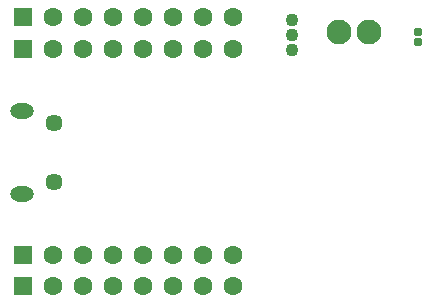
<source format=gbs>
G04 Layer: BottomSolderMaskLayer*
G04 EasyEDA Pro v2.1.42.467b0aa0, 2024-01-03 14:17:13*
G04 Gerber Generator version 0.3*
G04 Scale: 100 percent, Rotated: No, Reflected: No*
G04 Dimensions in millimeters*
G04 Leading zeros omitted, absolute positions, 3 integers and 5 decimals*
%FSLAX35Y35*%
%MOMM*%
%AMRoundRect*1,1,$1,$2,$3*1,1,$1,$4,$5*1,1,$1,0-$2,0-$3*1,1,$1,0-$4,0-$5*20,1,$1,$2,$3,$4,$5,0*20,1,$1,$4,$5,0-$2,0-$3,0*20,1,$1,0-$2,0-$3,0-$4,0-$5,0*20,1,$1,0-$4,0-$5,$2,$3,0*4,1,4,$2,$3,$4,$5,0-$2,0-$3,0-$4,0-$5,$2,$3,0*%
%ADD10C,1.45161*%
%ADD11O,2.0016X1.3015*%
%ADD12C,1.1016*%
%ADD13C,2.1016*%
%ADD14RoundRect,0.09554X-0.75303X0.75303X0.75303X0.75303*%
%ADD15C,1.6016*%
%ADD16RoundRect,0.08771X0.27695X0.28977X0.27695X-0.28977*%
G75*


G04 Pad Start*
G54D10*
G01X2928991Y1727518D03*
G01X2928991Y1227519D03*
G54D11*
G01X2659009Y1127506D03*
G01X2659017Y1827530D03*
G54D12*
G01X4947920Y2600960D03*
G01X4947920Y2473960D03*
G01X4947920Y2346960D03*
G54D13*
G01X5339080Y2499360D03*
G01X5593080Y2499360D03*
G54D14*
G01X2667000Y2357120D03*
G54D15*
G01X2921000Y2357120D03*
G01X3175000Y2357120D03*
G01X3429000Y2357120D03*
G01X3683000Y2357120D03*
G01X3937000Y2357120D03*
G01X4191000Y2357120D03*
G01X4445000Y2357120D03*
G54D14*
G01X2667000Y2626360D03*
G54D15*
G01X2921000Y2626360D03*
G01X3175000Y2626360D03*
G01X3429000Y2626360D03*
G01X3683000Y2626360D03*
G01X3937000Y2626360D03*
G01X4191000Y2626360D03*
G01X4445000Y2626360D03*
G54D14*
G01X2667000Y614680D03*
G54D15*
G01X2921000Y614680D03*
G01X3175000Y614680D03*
G01X3429000Y614680D03*
G01X3683000Y614680D03*
G01X3937000Y614680D03*
G01X4191000Y614680D03*
G01X4445000Y614680D03*
G54D14*
G01X2667000Y345440D03*
G54D15*
G01X2921000Y345440D03*
G01X3175000Y345440D03*
G01X3429000Y345440D03*
G01X3683000Y345440D03*
G01X3937000Y345440D03*
G01X4191000Y345440D03*
G01X4445000Y345440D03*
G54D16*
G01X6012180Y2415438D03*
G01X6012180Y2502002D03*
G04 Pad End*

M02*

</source>
